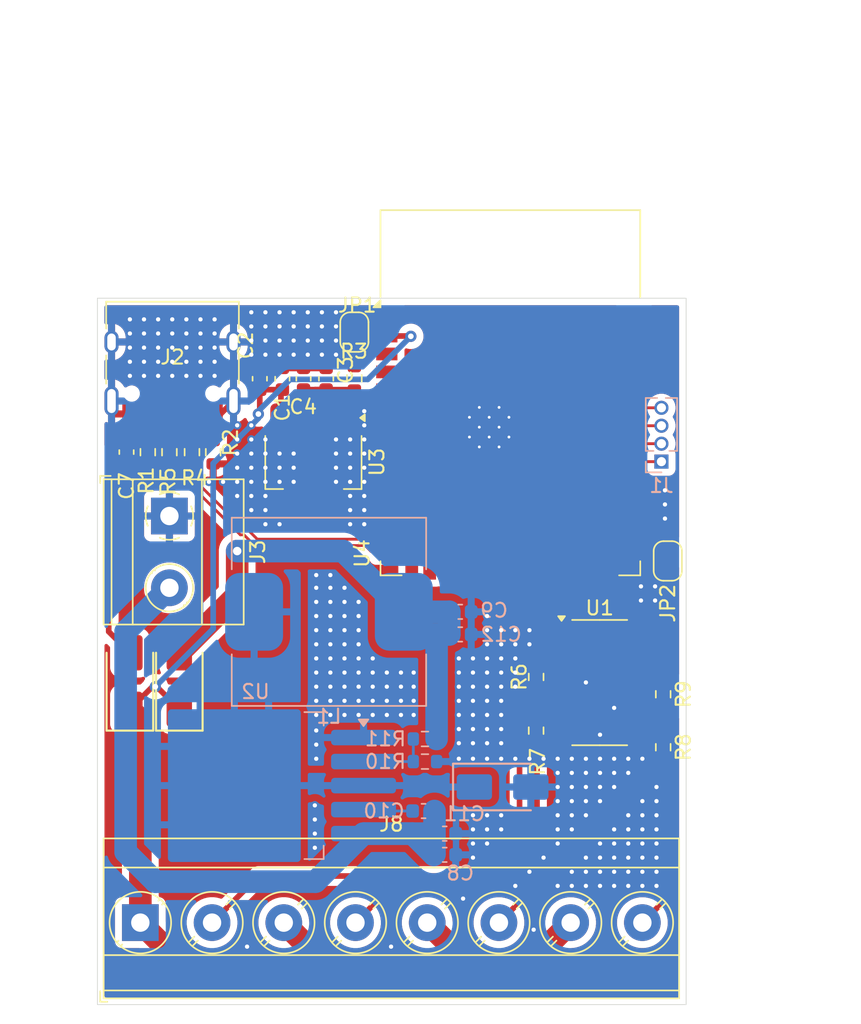
<source format=kicad_pcb>
(kicad_pcb (version 20241129) (generator "pcbnew") (generator_version "8.99")
  (layers (0 "F.Cu" signal) (2 "B.Cu" signal) (13 "F.Paste" user) (15 "B.Paste" user) (5 "F.SilkS" user "F.Silkscreen") (7 "B.SilkS" user "B.Silkscreen") (1 "F.Mask" user) (3 "B.Mask" user) (25 "Edge.Cuts" user))
  (net 0 "")
  (net 1 "GND")
  (net 2 "LED5V")
  (net 3 "VDD")
  (net 4 "Net-(JP1-B)")
  (net 5 "Net-(JP2-B)")
  (net 6 "VBUS")
  (net 7 "+12V")
  (net 8 "c5V")
  (net 9 "Net-(U2-VC)")
  (net 10 "Net-(J1-Pin_4)")
  (net 11 "Net-(J1-Pin_3)")
  (net 12 "Net-(J1-Pin_1)")
  (net 13 "Net-(J1-Pin_2)")
  (net 14 "Net-(J2-CC1)")
  (net 15 "Net-(J2-CC2)")
  (net 16 "D+")
  (net 17 "D-")
  (net 20 "USB_D-")
  (net 21 "USB_D+")
  (net 22 "Net-(U1-1Y)")
  (net 23 "LED1")
  (net 24 "LED2")
  (net 25 "Net-(U1-2Y)")
  (net 26 "Net-(U1-3Y)")
  (net 27 "LED3")
  (net 28 "LED4")
  (net 29 "Net-(U1-4Y)")
  (net 30 "Net-(U2-FB)")
  (net 31 "+5V")
  (net 32 "MCULED1")
  (net 33 "MCULED3")
  (net 34 "MCULED2")
  (net 35 "MCULED4")
  (net 61 "SW")
  (footprint "Resistor_SMD:R_0603_1608Metric" (layer "F.Cu") (at 203.7 101 90)
    (property "Reference" "R5")
    (property "Value" "22")
  )
  (footprint "Capacitor_SMD:C_0603_1608Metric" (layer "F.Cu") (at 200.66 100.995 90)
    (property "Reference" "C7")
    (property "Value" "100nF")
  )
  (footprint "Resistor_SMD:R_0603_1608Metric" (layer "F.Cu") (at 205.3 101 90)
    (property "Reference" "R4")
    (property "Value" "22")
  )
  (footprint "PCM_JLCPCB:D_SMA" (layer "F.Cu") (at 204.4 117.2 90)
    (property "Reference" "D1" (hide yes))
    (property "Value" "SS54")
  )
  (footprint "Resistor_SMD:R_0603_1608Metric" (layer "F.Cu") (at 202.17 101 -90)
    (property "Reference" "R1")
    (property "Value" "5.1k")
  )
  (footprint "Capacitor_SMD:C_0603_1608Metric" (layer "F.Cu") (at 211.7 95.8 90)
    (property "Reference" "C1")
    (property "Value" "100nF")
  )
  (footprint "RF_Module:ESP32-S3-WROOM-1" (layer "F.Cu") (at 227.85 96.77)
    (property "Reference" "U4")
    (property "Value" "ESP32-S3-WROOM-1")
  )
  (footprint "Resistor_SMD:R_0603_1608Metric" (layer "F.Cu") (at 229.675 120.71 90)
    (property "Reference" "R7")
    (property "Value" "62")
  )
  (footprint "Capacitor_SMD:C_0603_1608Metric" (layer "F.Cu") (at 213.2 95.8 90)
    (property "Reference" "C4")
    (property "Value" "100nF")
  )
  (footprint "Connector_USB:USB_C_Receptacle_HRO_TYPE-C-31-M-12" (layer "F.Cu") (at 203.92 94.25 180)
    (property "Reference" "J2")
    (property "Value" "USB_C_Receptacle_USB2.0_16P")
  )
  (footprint "Capacitor_SMD:C_0603_1608Metric" (layer "F.Cu") (at 214.8 95.8 90)
    (property "Reference" "C3")
    (property "Value" "22uF")
  )
  (footprint "TerminalBlock_Phoenix:TerminalBlock_Phoenix_MKDS-3-8-5.08_1x08_P5.08mm_Horizontal" (layer "F.Cu") (at 201.64 134.3)
    (property "Reference" "J8")
    (property "Value" "Screw_Terminal_01x08")
  )
  (footprint "Jumper:SolderJumper-2_P1.3mm_Open_RoundedPad1.0x1.5mm" (layer "F.Cu") (at 216.8 92.5 -90)
    (property "Reference" "JP1")
    (property "Value" "SJ2_OPEN")
  )
  (footprint "Jumper:SolderJumper-2_P1.3mm_Open_RoundedPad1.0x1.5mm" (layer "F.Cu") (at 239 108.7 90)
    (property "Reference" "JP2")
    (property "Value" "SJ2_OPEN")
  )
  (footprint "Resistor_SMD:R_0603_1608Metric" (layer "F.Cu") (at 238.675 121.885 -90)
    (property "Reference" "R8")
    (property "Value" "62")
  )
  (footprint "Package_SO:SOIC-14_3.9x8.7mm_P1.27mm" (layer "F.Cu") (at 234.175 117.31)
    (property "Reference" "U1")
    (property "Value" "SN74AHCT125N")
  )
  (footprint "Capacitor_SMD:C_0603_1608Metric" (layer "F.Cu") (at 210.1 95.8 90)
    (property "Reference" "C2")
    (property "Value" "22uF")
  )
  (footprint "Package_TO_SOT_SMD:SOT-223-3_TabPin2" (layer "F.Cu") (at 213.9 101.7 -90)
    (property "Reference" "U3")
    (property "Value" "AMS1117-3.3")
  )
  (footprint "Resistor_SMD:R_0603_1608Metric" (layer "F.Cu") (at 229.675 116.91 90)
    (property "Reference" "R6")
    (property "Value" "62")
  )
  (footprint "TerminalBlock_Phoenix:TerminalBlock_Phoenix_MKDS-1,5-2-5.08_1x02_P5.08mm_Horizontal" (layer "F.Cu") (at 203.7 105.52 -90)
    (property "Reference" "J3")
    (property "Value" "Screw_Terminal_01x02")
  )
  (footprint "Resistor_SMD:R_0603_1608Metric" (layer "F.Cu") (at 206.8 101.005 -90)
    (property "Reference" "R2")
    (property "Value" "5.1k")
  )
  (footprint "Resistor_SMD:R_0603_1608Metric" (layer "F.Cu") (at 216.8 95.775 90)
    (property "Reference" "R3")
    (property "Value" "10k")
  )
  (footprint "Resistor_SMD:R_0603_1608Metric" (layer "F.Cu") (at 238.675 118.135 -90)
    (property "Reference" "R9")
    (property "Value" "62")
  )
  (footprint "PCM_JLCPCB:D_SMA" (layer "F.Cu") (at 200.9 117.2 90)
    (property "Reference" "D3" (hide yes))
    (property "Value" "SS54")
  )
  (footprint "PCM_JLCPCB:D_SMA" (layer "B.Cu") (at 227.3 124.7)
    (property "Reference" "D2" (hide yes))
    (property "Value" "SS54")
  )
  (footprint "Resistor_SMD:R_0603_1608Metric" (layer "B.Cu") (at 221.8 121.3)
    (property "Reference" "R11")
    (property "Value" "3.3k")
  )
  (footprint "Capacitor_SMD:C_0603_1608Metric" (layer "B.Cu") (at 224.3 113.9 180)
    (property "Reference" "C12")
    (property "Value" "1uF")
  )
  (footprint "Resistor_SMD:R_0603_1608Metric" (layer "B.Cu") (at 221.8 122.9 180)
    (property "Reference" "R10")
    (property "Value" "1k")
  )
  (footprint "Package_TO_SOT_SMD:TO-263-5_TabPin3" (layer "B.Cu") (at 209.8 124.6 180)
    (property "Reference" "U2")
    (property "Value" "XL4015")
  )
  (footprint "Capacitor_SMD:C_0603_1608Metric" (layer "B.Cu") (at 221.7 126.4 180)
    (property "Reference" "C10")
    (property "Value" "1uF")
  )
  (footprint "Connector_PinHeader_1.27mm:PinHeader_1x04_P1.27mm_Vertical" (layer "B.Cu") (at 238.55 101.67)
    (property "Reference" "J1")
    (property "Value" "Conn_01x04")
  )
  (footprint "Inductor_SMD:L_APV_APH1265" (layer "B.Cu") (at 215 112.3)
    (property "Reference" "L1")
    (property "Value" "L")
  )
  (footprint "Capacitor_SMD:C_0603_1608Metric" (layer "B.Cu") (at 223.2 128 180)
    (property "Reference" "C11")
    (property "Value" "1uF")
  )
  (footprint "Capacitor_SMD:C_0603_1608Metric" (layer "B.Cu") (at 223.2 129.5 180)
    (property "Reference" "C8")
    (property "Value" "220uF")
  )
  (footprint "Capacitor_SMD:C_0603_1608Metric" (layer "B.Cu") (at 224.3 112.3 180)
    (property "Reference" "C9")
    (property "Value" "330uF")
  )
  (gr_rect (start 198.6 90.1) (end 240.3 140.1) (stroke (width 0.05)) (fill no) (layer "Edge.Cuts"))
  (segment (start 235.72 118.58) (end 236.65 118.58) (width 0.4) (layer "F.Cu") (net 1))
  (segment (start 235.2 119.1) (end 235.72 118.58) (width 0.4) (layer "F.Cu") (net 1))
  (segment (start 207.17 98.295) (end 207.325 98.295) (width 0.4) (layer "F.Cu") (net 1))
  (segment (start 231.71 117.3) (end 231.7 117.31) (width 0.4) (layer "F.Cu") (net 1))
  (segment (start 207.325 98.295) (end 208.24 97.38) (width 0.4) (layer "F.Cu") (net 1))
  (segment (start 233.2 117.3) (end 231.71 117.3) (width 0.4) (layer "F.Cu") (net 1))
  (via (at 218.1 117.6) (size 0.6) (drill 0.3) (layers "F.Cu" "B.Cu") (net 1))
  (via (at 209.5 91.1) (size 0.6) (drill 0.3) (layers "F.Cu" "B.Cu") (net 1))
  (via (at 208.5 100.1) (size 0.6) (drill 0.3) (layers "F.Cu" "B.Cu") (net 1))
  (via (at 217.5 103.1) (size 0.6) (drill 0.3) (layers "F.Cu" "B.Cu") (net 1))
  (via (at 213.5 93.1) (size 0.6) (drill 0.3) (layers "F.Cu" "B.Cu") (net 1))
  (via (at 237.2 129.7) (size 0.6) (drill 0.3) (layers "F.Cu" "B.Cu") (net 1))
  (via (at 203.9 92.6) (size 0.6) (drill 0.3) (layers "F.Cu" "B.Cu") (net 1))
  (via (at 236.2 127.7) (size 0.6) (drill 0.3) (layers "F.Cu" "B.Cu") (net 1))
  (via (at 230.2 122.7) (size 0.6) (drill 0.3) (layers "F.Cu" "B.Cu") (net 1))
  (via (at 211.5 93.1) (size 0.6) (drill 0.3) (layers "F.Cu" "B.Cu") (net 1))
  (via (at 205.9 91.6) (size 0.6) (drill 0.3) (layers "F.Cu" "B.Cu") (net 1))
  (via (at 214.1 119.6) (size 0.6) (drill 0.3) (layers "F.Cu" "B.Cu") (net 1))
  (via (at 232.2 125.7) (size 0.6) (drill 0.3) (layers "F.Cu" "B.Cu") (net 1))
  (via (at 225.2 126.7) (size 0.6) (drill 0.3) (layers "F.Cu" "B.Cu") (net 1))
  (via (at 214.1 112.6) (size 0.6) (drill 0.3) (layers "F.Cu" "B.Cu") (net 1))
  (via (at 232.2 122.7) (size 0.6) (drill 0.3) (layers "F.Cu" "B.Cu") (net 1))
  (via (at 203.9 91.6) (size 0.6) (drill 0.3) (layers "F.Cu" "B.Cu") (net 1))
  (via (at 216.1 113.6) (size 0.6) (drill 0.3) (layers "F.Cu" "B.Cu") (net 1))
  (via (at 218.1 115.6) (size 0.6) (drill 0.3) (layers "F.Cu" "B.Cu") (net 1))
  (via (at 218.1 119.6) (size 0.6) (drill 0.3) (layers "F.Cu" "B.Cu") (net 1))
  (via (at 215.1 110.6) (size 0.6) (drill 0.3) (layers "F.Cu" "B.Cu") (net 1))
  (via (at 227.2 120.6) (size 0.6) (drill 0.3) (layers "F.Cu" "B.Cu") (net 1))
  (via (at 215.5 93.1) (size 0.6) (drill 0.3) (layers "F.Cu" "B.Cu") (net 1))
  (via (at 226.2 128.7) (size 0.6) (drill 0.3) (layers "F.Cu" "B.Cu") (net 1))
  (via (at 238.2 131.7) (size 0.6) (drill 0.3) (layers "F.Cu" "B.Cu") (net 1))
  (via (at 214.1 115.6) (size 0.6) (drill 0.3) (layers "F.Cu" "B.Cu") (net 1))
  (via (at 218.1 116.6) (size 0.6) (drill 0.3) (layers "F.Cu" "B.Cu") (net 1))
  (via (at 231.2 127.7) (size 0.6) (drill 0.3) (layers "F.Cu" "B.Cu") (net 1))
  (via (at 220.1 116.6) (size 0.6) (drill 0.3) (layers "F.Cu" "B.Cu") (net 1))
  (via (at 225.2 116.6) (size 0.6) (drill 0.3) (layers "F.Cu" "B.Cu") (net 1))
  (via (at 217.5 102.1) (size 0.6) (drill 0.3) (layers "F.Cu" "B.Cu") (net 1))
  (via (at 220.1 119.6) (size 0.6) (drill 0.3) (layers "F.Cu" "B.Cu") (net 1))
  (via (at 231.2 131.7) (size 0.6) (drill 0.3) (layers "F.Cu" "B.Cu") (net 1))
  (via (at 227.2 122.7) (size 0.6) (drill 0.3) (layers "F.Cu" "B.Cu") (net 1))
  (via (at 203.9 95.6) (size 0.6) (drill 0.3) (layers "F.Cu" "B.Cu") (net 1))
  (via (at 226.2 120.6) (size 0.6) (drill 0.3) (layers "F.Cu" "B.Cu") (net 1))
  (via (at 232.2 131.7) (size 0.6) (drill 0.3) (layers "F.Cu" "B.Cu") (net 1))
  (via (at 217.1 115.6) (size 0.6) (drill 0.3) (layers "F.Cu" "B.Cu") (net 1))
  (via (at 238.8 104.7) (size 0.6) (drill 0.3) (layers "F.Cu" "B.Cu") (net 1))
  (via (at 220.1 117.6) (size 0.6) (drill 0.3) (layers "F.Cu" "B.Cu") (net 1))
  (via (at 216.5 105.1) (size 0.6) (drill 0.3) (layers "F.Cu" "B.Cu") (net 1))
  (via (at 224.2 119.6) (size 0.6) (drill 0.3) (layers "F.Cu" "B.Cu") (net 1))
  (via (at 231.2 124.7) (size 0.6) (drill 0.3) (layers "F.Cu" "B.Cu") (net 1))
  (via (at 209.5 92.1) (size 0.6) (drill 0.3) (layers "F.Cu" "B.Cu") (net 1))
  (via (at 225.2 121.6) (size 0.6) (drill 0.3) (layers "F.Cu" "B.Cu") (net 1))
  (via (at 211.5 91.1) (size 0.6) (drill 0.3) (layers "F.Cu" "B.Cu") (net 1))
  (via (at 209.5 105.1) (size 0.6) (drill 0.3) (layers "F.Cu" "B.Cu") (net 1))
  (via (at 231.2 125.7) (size 0.6) (drill 0.3) (layers "F.Cu" "B.Cu") (net 1))
  (via (at 214.1 113.6) (size 0.6) (drill 0.3) (layers "F.Cu" "B.Cu") (net 1))
  (via (at 214.1 118.6) (size 0.6) (drill 0.3) (layers "F.Cu" "B.Cu") (net 1))
  (via (at 215.1 113.6) (size 0.6) (drill 0.3) (layers "F.Cu" "B.Cu") (net 1))
  (via (at 238.2 124.7) (size 0.6) (drill 0.3) (layers "F.Cu" "B.Cu") (net 1))
  (via (at 235.2 123.7) (size 0.6) (drill 0.3) (layers "F.Cu" "B.Cu") (net 1))
  (via (at 217.1 119.6) (size 0.6) (drill 0.3) (layers "F.Cu" "B.Cu") (net 1))
  (via (at 214.1 117.6) (size 0.6) (drill 0.3) (layers "F.Cu" "B.Cu") (net 1))
  (via (at 231.2 123.7) (size 0.6) (drill 0.3) (layers "F.Cu" "B.Cu") (net 1))
  (via (at 210.5 105.1) (size 0.6) (drill 0.3) (layers "F.Cu" "B.Cu") (net 1))
  (via (at 216.5 102.1) (size 0.6) (drill 0.3) (layers "F.Cu" "B.Cu") (net 1))
  (via (at 215.1 119.6) (size 0.6) (drill 0.3) (layers "F.Cu" "B.Cu") (net 1))
  (via (at 224.2 115.6) (size 0.6) (drill 0.3) (layers "F.Cu" "B.Cu") (net 1))
  (via (at 216.5 103.1) (size 0.6) (drill 0.3) (layers "F.Cu" "B.Cu") (net 1))
  (via (at 202.9 94.6) (size 0.6) (drill 0.3) (layers "F.Cu" "B.Cu") (net 1))
  (via (at 236.2 128.7) (size 0.6) (drill 0.3) (layers "F.Cu" "B.Cu") (net 1))
  (via (at 216.1 114.6) (size 0.6) (drill 0.3) (layers "F.Cu" "B.Cu") (net 1))
  (via (at 201.9 94.6) (size 0.6) (drill 0.3) (layers "F.Cu" "B.Cu") (net 1))
  (via (at 224.2 121.6) (size 0.6) (drill 0.3) (layers "F.Cu" "B.Cu") (net 1))
  (via (at 225.2 118.6) (size 0.6) (drill 0.3) (layers "F.Cu" "B.Cu") (net 1))
  (via (at 220.1 118.6) (size 0.6) (drill 0.3) (layers "F.Cu" "B.Cu") (net 1))
  (via (at 212.5 92.1) (size 0.6) (drill 0.3) (layers "F.Cu" "B.Cu") (net 1))
  (via (at 232.2 127.7) (size 0.6) (drill 0.3) (layers "F.Cu" "B.Cu") (net 1))
  (via (at 227.2 116.6) (size 0.6) (drill 0.3) (layers "F.Cu" "B.Cu") (net 1))
  (via (at 227.2 117.6) (size 0.6) (drill 0.3) (layers "F.Cu" "B.Cu") (net 1))
  (via (at 208.5 104.1) (size 0.6) (drill 0.3) (layers "F.Cu" "B.Cu") (net 1))
  (via (at 224.2 120.6) (size 0.6) (drill 0.3) (layers "F.Cu" "B.Cu") (net 1))
  (via (at 224.2 122.7) (size 0.6) (drill 0.3) (layers "F.Cu" "B.Cu") (net 1))
  (via (at 237.2 126.7) (size 0.6) (drill 0.3) (layers "F.Cu" "B.Cu") (net 1))
  (via (at 209.5 104.1) (size 0.6) (drill 0.3) (layers "F.Cu" "B.Cu") (net 1))
  (via (at 210.5 91.1) (size 0.6) (drill 0.3) (layers "F.Cu" "B.Cu") (net 1))
  (via (at 214 126) (size 0.6) (drill 0.3) (layers "F.Cu" "B.Cu") (net 1))
  (via (at 215.5 94.1) (size 0.6) (drill 0.3) (layers "F.Cu" "B.Cu") (net 1))
  (via (at 228.2 122.7) (size 0.6) (drill 0.3) (layers "F.Cu" "B.Cu") (net 1))
  (via (at 210.5 103.1) (size 0.6) (drill 0.3) (layers "F.Cu" "B.Cu") (net 1))
  (via (at 213.5 91.1) (size 0.6) (drill 0.3) (layers "F.Cu" "B.Cu") (net 1))
  (via (at 209.5 103.1) (size 0.6) (drill 0.3) (layers "F.Cu" "B.Cu") (net 1))
  (via (at 235.2 129.7) (size 0.6) (drill 0.3) (layers "F.Cu" "B.Cu") (net 1))
  (via (at 210.5 106.1) (size 0.6) (drill 0.3) (layers "F.Cu" "B.Cu") (net 1))
  (via (at 236.2 130.7) (size 0.6) (drill 0.3) (layers "F.Cu" "B.Cu") (net 1))
  (via (at 221 118.6) (size 0.6) (drill 0.3) (layers "F.Cu" "B.Cu") (net 1))
  (via (at 210.5 100.1) (size 0.6) (drill 0.3) (layers "F.Cu" "B.Cu") (net 1))
  (via (at 226.2 126.7) (size 0.6) (drill 0.3) (layers "F.Cu" "B.Cu") (net 1))
  (via (at 217.1 117.6) (size 0.6) (drill 0.3) (layers "F.Cu" "B.Cu") (net 1))
  (via (at 209.5 93.1) (size 0.6) (drill 0.3) (layers "F.Cu" "B.Cu") (net 1))
  (via (at 236.2 122.7) (size 0.6) (drill 0.3) (layers "F.Cu" "B.Cu") (net 1))
  (via (at 238.2 126.7) (size 0.6) (drill 0.3) (layers "F.Cu" "B.Cu") (net 1))
  (via (at 233.2 129.7) (size 0.6) (drill 0.3) (layers "F.Cu" "B.Cu") (net 1))
  (via (at 234.2 125.7) (size 0.6) (drill 0.3) (layers "F.Cu" "B.Cu") (net 1))
  (via (at 210.5 102.1) (size 0.6) (drill 0.3) (layers "F.Cu" "B.Cu") (net 1))
  (via (at 215.1 112.6) (size 0.6) (drill 0.3) (layers "F.Cu" "B.Cu") (net 1))
  (via (at 232.2 124.7) (size 0.6) (drill 0.3) (layers "F.Cu" "B.Cu") (net 1))
  (via (at 236.2 129.7) (size 0.6) (drill 0.3) (layers "F.Cu" "B.Cu") (net 1))
  (via (at 215.1 116.6) (size 0.6) (drill 0.3) (layers "F.Cu" "B.Cu") (net 1))
  (via (at 214 129) (size 0.6) (drill 0.3) (layers "F.Cu" "B.Cu") (net 1))
  (via (at 238.1 110.5) (size 0.6) (drill 0.3) (layers "F.Cu" "B.Cu") (net 1))
  (via (at 205.9 94.6) (size 0.6) (drill 0.3) (layers "F.Cu" "B.Cu") (net 1))
  (via (at 206.9 93.6) (size 0.6) (drill 0.3) (layers "F.Cu" "B.Cu") (net 1))
  (via (at 202.9 92.6) (size 0.6) (drill 0.3) (layers "F.Cu" "B.Cu") (net 1))
  (via (at 237.1 111.5) (size 0.6) (drill 0.3) (layers "F.Cu" "B.Cu") (net 1))
  (via (at 214.1 121.7) (size 0.6) (drill 0.3) (layers "F.Cu" "B.Cu") (net 1))
  (via (at 238.2 128.7) (size 0.6) (drill 0.3) (layers "F.Cu" "B.Cu") (net 1))
  (via (at 206.9 92.6) (size 0.6) (drill 0.3) (layers "F.Cu" "B.Cu") (net 1))
  (via (at 217.1 112.6) (size 0.6) (drill 0.3) (layers "F.Cu" "B.Cu") (net 1))
  (via (at 228.2 114.6) (size 0.6) (drill 0.3) (layers "F.Cu" "B.Cu") (net 1))
  (via (at 227.2 126.7) (size 0.6) (drill 0.3) (layers "F.Cu" "B.Cu") (net 1))
  (via (at 229.2 122.7) (size 0.6) (drill 0.3) (layers "F.Cu" "B.Cu") (net 1))
  (via (at 202.9 95.6) (size 0.6) (drill 0.3) (layers "F.Cu" "B.Cu") (net 1))
  (via (at 227.2 115.6) (size 0.6) (drill 0.3) (layers "F.Cu" "B.Cu") (net 1))
  (via (at 225.2 115.6) (size 0.6) (drill 0.3) (layers "F.Cu" "B.Cu") (net 1))
  (via (at 225.2 119.6) (size 0.6) (drill 0.3) (layers "F.Cu" "B.Cu") (net 1))
  (via (at 227.2 114.6) (size 0.6) (drill 0.3) (layers "F.Cu" "B.Cu") (net 1))
  (via (at 206.9 95.6) (size 0.6) (drill 0.3) (layers "F.Cu" "B.Cu") (net 1))
  (via (at 204.9 94.6) (size 0.6) (drill 0.3) (layers "F.Cu" "B.Cu") (net 1))
  (via (at 219.4 136) (size 0.6) (drill 0.3) (layers "F.Cu" "B.Cu") (net 1))
  (via (at 234.2 129.7) (size 0.6) (drill 0.3) (layers "F.Cu" "B.Cu") (net 1))
  (via (at 205.9 93.6) (size 0.6) (drill 0.3) (layers "F.Cu" "B.Cu") (net 1))
  (via (at 215.1 117.6) (size 0.6) (drill 0.3) (layers "F.Cu" "B.Cu") (net 1))
  (via (at 215.1 111.6) (size 0.6) (drill 0.3) (layers "F.Cu" "B.Cu") (net 1))
  (via (at 210.5 104.1) (size 0.6) (drill 0.3) (layers "F.Cu" "B.Cu") (net 1))
  (via (at 218.1 118.6) (size 0.6) (drill 0.3) (layers "F.Cu" "B.Cu") (net 1))
  (via (at 215.1 114.6) (size 0.6) (drill 0.3) (layers "F.Cu" "B.Cu") (net 1))
  (via (at 206.5 103.1) (size 0.6) (drill 0.3) (layers "F.Cu" "B.Cu") (net 1))
  (via (at 212.5 94.1) (size 0.6) (drill 0.3) (layers "F.Cu" "B.Cu") (net 1))
  (via (at 210.5 101.1) (size 0.6) (drill 0.3) (layers "F.Cu" "B.Cu") (net 1))
  (via (at 235.2 131.7) (size 0.6) (drill 0.3) (layers "F.Cu" "B.Cu") (net 1))
  (via (at 200.9 93.6) (size 0.6) (drill 0.3) (layers "F.Cu" "B.Cu") (net 1))
  (via (at 211.5 102.1) (size 0.6) (drill 0.3) (layers "F.Cu" "B.Cu") (net 1))
  (via (at 214.5 93.1) (size 0.6) (drill 0.3) (layers "F.Cu" "B.Cu") (net 1))
  (via (at 231.2 126.7) (size 0.6) (drill 0.3) (layers "F.Cu" "B.Cu") (net 1))
  (via (at 204.9 95.6) (size 0.6) (drill 0.3) (layers "F.Cu" "B.Cu") (net 1))
  (via (at 214.1 120.7) (size 0.6) (drill 0.3) (layers "F.Cu" "B.Cu") (net 1))
  (via (at 217.5 98.1) (size 0.6) (drill 0.3) (layers "F.Cu" "B.Cu") (net 1))
  (via (at 200.9 94.6) (size 0.6) (drill 0.3) (layers "F.Cu" "B.Cu") (net 1))
  (via (at 215.5 100.1) (size 0.6) (drill 0.3) (layers "F.Cu" "B.Cu") (net 1))
  (via (at 224.5 132.6) (size 0.6) (drill 0.3) (layers "F.Cu" "B.Cu") (net 1))
  (via (at 216.1 119.6) (size 0.6) (drill 0.3) (layers "F.Cu" "B.Cu") (net 1))
  (via (at 226.2 117.6) (size 0.6) (drill 0.3) (layers "F.Cu" "B.Cu") (net 1))
  (via (at 202.9 93.6) (size 0.6) (drill 0.3) (layers "F.Cu" "B.Cu") (net 1))
  (via (at 214.5 91.1) (size 0.6) (drill 0.3) (layers "F.Cu" "B.Cu") (net 1))
  (via (at 233.2 125.7) (size 0.6) (drill 0.3) (layers "F.Cu" "B.Cu") (net 1))
  (via (at 225.2 127.7) (size 0.6) (drill 0.3) (layers "F.Cu" "B.Cu") (net 1))
  (via (at 211.5 92.1) (size 0.6) (drill 0.3) (layers "F.Cu" "B.Cu") (net 1))
  (via (at 225.2 128.7) (size 0.6) (drill 0.3) (layers "F.Cu" "B.Cu") (net 1))
  (via (at 228.2 116.6) (size 0.6) (drill 0.3) (layers "F.Cu" "B.Cu") (net 1))
  (via (at 214 127) (size 0.6) (drill 0.3) (layers "F.Cu" "B.Cu") (net 1))
  (via (at 212.5 91.1) (size 0.6) (drill 0.3) (layers "F.Cu" "B.Cu") (net 1))
  (via (at 238.2 125.7) (size 0.6) (drill 0.3) (layers "F.Cu" "B.Cu") (net 1))
  (via (at 215.5 91.1) (size 0.6) (drill 0.3) (layers "F.Cu" "B.Cu") (net 1))
  (via (at 206.9 94.6) (size 0.6) (drill 0.3) (layers "F.Cu" "B.Cu") (net 1))
  (via (at 216.1 116.6) (size 0.6) (drill 0.3) (layers "F.Cu" "B.Cu") (net 1))
  (via (at 200.9 92.6) (size 0.6) (drill 0.3) (layers "F.Cu" "B.Cu") (net 1))
  (via (at 237.2 128.7) (size 0.6) (drill 0.3) (layers "F.Cu" "B.Cu") (net 1))
  (via (at 237.2 131.7) (size 0.6) (drill 0.3) (layers "F.Cu" "B.Cu") (net 1))
  (via (at 216.1 115.6) (size 0.6) (drill 0.3) (layers "F.Cu" "B.Cu") (net 1))
  (via (at 228.2 115.6) (size 0.6) (drill 0.3) (layers "F.Cu" "B.Cu") (net 1))
  (via (at 238.2 130.7) (size 0.6) (drill 0.3) (layers "F.Cu" "B.Cu") (net 1))
  (via (at 207.5 103.1) (size 0.6) (drill 0.3) (layers "F.Cu" "B.Cu") (net 1))
  (via (at 235.2 130.7) (size 0.6) (drill 0.3) (layers "F.Cu" "B.Cu") (net 1))
  (via (at 215.5 101.1) (size 0.6) (drill 0.3) (layers "F.Cu" "B.Cu") (net 1))
  (via (at 212.5 103.1) (size 0.6) (drill 0.3) (layers "F.Cu" "B.Cu") (net 1))
  (via (at 217.1 113.6) (size 0.6) (drill 0.3) (layers "F.Cu" "B.Cu") (net 1))
  (via (at 235.2 124.7) (size 0.6) (drill 0.3) (layers "F.Cu" "B.Cu") (net 1))
  (via (at 227.2 119.6) (size 0.6) (drill 0.3) (layers "F.Cu" "B.Cu") (net 1))
  (via (at 225.2 120.6) (size 0.6) (drill 0.3) (layers "F.Cu" "B.Cu") (net 1))
  (via (at 210.5 93.1) (size 0.6) (drill 0.3) (layers "F.Cu" "B.Cu") (net 1))
  (via (at 238.1 111.5) (size 0.6) (drill 0.3) (layers "F.Cu" "B.Cu") (net 1))
  (via (at 208.5 99.1) (size 0.6) (drill 0.3) (layers "F.Cu" "B.Cu") (net 1))
  (via (at 208.5 102.1) (size 0.6) (drill 0.3) (layers "F.Cu" "B.Cu") (net 1))
  (via (at 221 119.6) (size 0.6) (drill 0.3) (layers "F.Cu" "B.Cu") (net 1))
  (via (at 209.5 100.1) (size 0.6) (drill 0.3) (layers "F.Cu" "B.Cu") (net 1))
  (via (at 229.2 113.6) (size 0.6) (drill 0.3) (layers "F.Cu" "B.Cu") (net 1))
  (via (at 211.5 101.1) (size 0.6) (drill 0.3) (layers "F.Cu" "B.Cu") (net 1))
  (via (at 213.5 94.1) (size 0.6) (drill 0.3) (layers "F.Cu" "B.Cu") (net 1))
  (via (at 214.1 116.6) (size 0.6) (drill 0.3) (layers "F.Cu" "B.Cu") (net 1))
  (via (at 233.2 122.7) (size 0.6) (drill 0.3) (layers "F.Cu" "B.Cu") (net 1))
  (via (at 228.2 117.6) (size 0.6) (drill 0.3) (layers "F.Cu" "B.Cu") (net 1))
  (via (at 226.2 118.6) (size 0.6) (drill 0.3) (layers "F.Cu" "B.Cu") (net 1))
  (via (at 215.1 115.6) (size 0.6) (drill 0.3) (layers "F.Cu" "B.Cu") (net 1))
  (via (at 226.2 116.6) (size 0.6) (drill 0.3) (layers "F.Cu" "B.Cu") (net 1))
  (via (at 234.2 122.7) (size 0.6) (drill 0.3) (layers "F.Cu" "B.Cu") (net 1))
  (via (at 215.1 109.7) (size 0.6) (drill 0.3) (layers "F.Cu" "B.Cu") (net 1))
  (via (at 238.8 105.7) (size 0.6) (drill 0.3) (layers "F.Cu" "B.Cu") (net 1))
  (via (at 214.1 111.6) (size 0.6) (drill 0.3) (layers "F.Cu" "B.Cu") (net 1))
  (via (at 238.8 103.7) (size 0.6) (drill 0.3) (layers "F.Cu" "B.Cu") (net 1))
  (via (at 200.9 91.6) (size 0.6) (drill 0.3) (layers "F.Cu" "B.Cu") (net 1))
  (via (at 231.2 122.7) (size 0.6) (drill 0.3) (layers "F.Cu" "B.Cu") (net 1))
  (via (at 227.2 121.6) (size 0.6) (drill 0.3) (layers "F.Cu" "B.Cu") (net 1))
  (via (at 211.5 94.1) (size 0.6) (drill 0.3) (layers "F.Cu" "B.Cu") (net 1))
  (via (at 215.5 103.1) (size 0.6) (drill 0.3) (layers "F.Cu" "B.Cu") (net 1))
  (via (at 225.2 129.7) (size 0.6) (drill 0.3) (layers "F.Cu" "B.Cu") (net 1))
  (via (at 234.2 121) (size 0.6) (drill 0.3) (layers "F.Cu" "B.Cu") (net 1))
  (via (at 200.9 95.6) (size 0.6) (drill 0.3) (layers "F.Cu" "B.Cu") (net 1))
  (via (at 215.5 102.1) (size 0.6) (drill 0.3) (layers "F.Cu" "B.Cu") (net 1))
  (via (at 214 128) (size 0.6) (drill 0.3) (layers "F.Cu" "B.Cu") (net 1))
  (via (at 233.2 117.3) (size 0.6) (drill 0.3) (layers "F.Cu" "B.Cu") (net 1))
  (via (at 201.9 93.6) (size 0.6) (drill 0.3) (layers "F.Cu" "B.Cu") (net 1))
  (via (at 233.2 130.7) (size 0.6) (drill 0.3) (layers "F.Cu" "B.Cu") (net 1))
  (via (at 216.5 106.1) (size 0.6) (drill 0.3) (layers "F.Cu" "B.Cu") (net 1))
  (via (at 235.2 127.7) (size 0.6) (drill 0.3) (layers "F.Cu" "B.Cu") (net 1))
  (via (at 219.1 119.6) (size 0.6) (drill 0.3) (layers "F.Cu" "B.Cu") (net 1))
  (via (at 214.1 110.6) (size 0.6) (drill 0.3) (layers "F.Cu" "B.Cu") (net 1))
  (via (at 234.2 123.7) (size 0.6) (drill 0.3) (layers "F.Cu" "B.Cu") (net 1))
  (via (at 237.2 122.7) (size 0.6) (drill 0.3) (layers "F.Cu" "B.Cu") (net 1))
  (via (at 213.5 92.1) (size 0.6) (drill 0.3) (layers "F.Cu" "B.Cu") (net 1))
  (via (at 212.5 102.1) (size 0.6) (drill 0.3) (layers "F.Cu" "B.Cu") (net 1))
  (via (at 234.2 130.7) (size 0.6) (drill 0.3) (layers "F.Cu" "B.Cu") (net 1))
  (via (at 208.5 103.1) (size 0.6) (drill 0.3) (layers "F.Cu" "B.Cu") (net 1))
  (via (at 231.2 128.7) (size 0.6) (drill 0.3) (layers "F.Cu" "B.Cu") (net 1))
  (via (at 235.2 119.1) (size 0.6) (drill 0.3) (layers "F.Cu" "B.Cu") (net 1))
  (via (at 201.9 92.6) (size 0.6) (drill 0.3) (layers "F.Cu" "B.Cu") (net 1))
  (via (at 217.5 100.1) (size 0.6) (drill 0.3) (layers "F.Cu" "B.Cu") (net 1))
  (via (at 216.5 104.1) (size 0.6) (drill 0.3) (layers "F.Cu" "B.Cu") (net 1))
  (via (at 236.2 123.7) (size 0.6) (drill 0.3) (layers "F.Cu" "B.Cu") (net 1))
  (via (at 232.2 130.7) (size 0.6) (drill 0.3) (layers "F.Cu" "B.Cu") (net 1))
  (via (at 235.2 122.7) (size 0.6) (drill 0.3) (layers "F.Cu" "B.Cu") (net 1))
  (via (at 205.9 95.6) (size 0.6) (drill 0.3) (layers "F.Cu" "B.Cu") (net 1))
  (via (at 234.2 128.7) (size 0.6) (drill 0.3) (layers "F.Cu" "B.Cu") (net 1))
  (via (at 226.2 127.7) (size 0.6) (drill 0.3) (layers "F.Cu" "B.Cu") (net 1))
  (via (at 216.1 110.6) (size 0.6) (drill 0.3) (layers "F.Cu" "B.Cu") (net 1))
  (via (at 209.2 136) (size 0.6) (drill 0.3) (layers "F.Cu" "B.Cu") (net 1))
  (via (at 216.1 117.6) (size 0.6) (drill 0.3) (layers "F.Cu" "B.Cu") (net 1))
  (via (at 224.2 117.6) (size 0.6) (drill 0.3) (layers "F.Cu" "B.Cu") (net 1))
  (via (at 229.2 130.7) (size 0.6) (drill 0.3) (layers "F.Cu" "B.Cu") (net 1))
  (via (at 212.5 93.1) (size 0.6) (drill 0.3) (layers "F.Cu" "B.Cu") (net 1))
  (via (at 225.2 117.6) (size 0.6) (drill 0.3) (layers "F.Cu" "B.Cu") (net 1))
  (via (at 226.2 121.6) (size 0.6) (drill 0.3) (layers "F.Cu" "B.Cu") (net 1))
  (via (at 210.5 94.1) (size 0.6) (drill 0.3) (layers "F.Cu" "B.Cu") (net 1))
  (via (at 216.5 100.1) (size 0.6) (drill 0.3) (layers "F.Cu" "B.Cu") (net 1))
  (via (at 230.2 129.7) (size 0.6) (drill 0.3) (layers "F.Cu" "B.Cu") (net 1))
  (via (at 228.2 131.7) (size 0.6) (drill 0.3) (layers "F.Cu" "B.Cu") (net 1))
  (via (at 232.2 123.7) (size 0.6) (drill 0.3) (layers "F.Cu" "B.Cu") (net 1))
  (via (at 237.2 125.7) (size 0.6) (drill 0.3) (layers "F.Cu" "B.Cu") (net 1))
  (via (at 217.5 101.1) (size 0.6) (drill 0.3) (layers "F.Cu" "B.Cu") (net 1))
  (via (at 216.1 112.6) (size 0.6) (drill 0.3) (layers "F.Cu" "B.Cu") (net 1))
  (via (at 226.2 115.6) (size 0.6) (drill 0.3) (layers "F.Cu" "B.Cu") (net 1))
  (via (at 224.2 116.6) (size 0.6) (drill 0.3) (layers "F.Cu" "B.Cu") (net 1))
  (via (at 233.2 126.7) (size 0.6) (drill 0.3) (layers "F.Cu" "B.Cu") (net 1))
  (via (at 212.5 101.1) (size 0.6) (drill 0.3) (layers "F.Cu" "B.Cu") (net 1))
  (via (at 209.5 102.1) (size 0.6) (drill 0.3) (layers "F.Cu" "B.Cu") (net 1))
  (via (at 227.2 118.6) (size 0.6) (drill 0.3) (layers "F.Cu" "B.Cu") (net 1))
  (via (at 233.2 123.7) (size 0.6) (drill 0.3) (layers "F.Cu" "B.Cu") (net 1))
  (via (at 203.9 93.6) (size 0.6) (drill 0.3) (layers "F.Cu" "B.Cu") (net 1))
  (via (at 219.1 118.6) (size 0.6) (drill 0.3) (layers "F.Cu" "B.Cu") (net 1))
  (via (at 226.2 122.7) (size 0.6) (drill 0.3) (layers "F.Cu" "B.Cu") (net 1))
  (via (at 238.2 129.7) (size 0.6) (drill 0.3) (layers "F.Cu" "B.Cu") (net 1))
  (via (at 233.2 131.7) (size 0.6) (drill 0.3) (layers "F.Cu" "B.Cu") (net 1))
  (via (at 206.9 91.6) (size 0.6) (drill 0.3) (layers "F.Cu" "B.Cu") (net 1))
  (via (at 216.5 101.1) (size 0.6) (drill 0.3) (layers "F.Cu" "B.Cu") (net 1))
  (via (at 233.2 124.7) (size 0.6) (drill 0.3) (layers "F.Cu" "B.Cu") (net 1))
  (via (at 217.1 114.6) (size 0.6) (drill 0.3) (layers "F.Cu" "B.Cu") (net 1))
  (via (at 226.2 114.6) (size 0.6) (drill 0.3) (layers "F.Cu" "B.Cu") (net 1))
  (via (at 201.9 95.6) (size 0.6) (drill 0.3) (layers "F.Cu" "B.Cu") (net 1))
  (via (at 214.1 114.6) (size 0.6) (drill 0.3) (layers "F.Cu" "B.Cu") (net 1))
  (via (at 232.2 126.7) (size 0.6) (drill 0.3) (layers "F.Cu" "B.Cu") (net 1))
  (via (at 214.5 94.1) (size 0.6) (drill 0.3) (layers "F.Cu" "B.Cu") (net 1))
  (via (at 227.2 127.7) (size 0.6) (drill 0.3) (layers "F.Cu" "B.Cu") (net 1))
  (via (at 219.1 117.6) (size 0.6) (drill 0.3) (layers "F.Cu" "B.Cu") (net 1))
  (via (at 201.9 91.6) (size 0.6) (drill 0.3) (layers "F.Cu" "B.Cu") (net 1))
  (via (at 225.2 122.7) (size 0.6) (drill 0.3) (layers "F.Cu" "B.Cu") (net 1))
  (via (at 214.1 122.7) (size 0.6) (drill 0.3) (layers "F.Cu" "B.Cu") (net 1))
  (via (at 208.5 101.1) (size 0.6) (drill 0.3) (layers "F.Cu" "B.Cu") (net 1))
  (via (at 221 116.6) (size 0.6) (drill 0.3) (layers "F.Cu" "B.Cu") (net 1))
  (via (at 227.2 113.6) (size 0.6) (drill 0.3) (layers "F.Cu" "B.Cu") (net 1))
  (via (at 217.1 116.6) (size 0.6) (drill 0.3) (layers "F.Cu" "B.Cu") (net 1))
  (via (at 237.2 130.7) (size 0.6) (drill 0.3) (layers "F.Cu" "B.Cu") (net 1))
  (via (at 202.9 91.6) (size 0.6) (drill 0.3) (layers "F.Cu" "B.Cu") (net 1))
  (via (at 216.1 118.6) (size 0.6) (drill 0.3) (layers "F.Cu" "B.Cu") (net 1))
  (via (at 209.5 99.1) (size 0.6) (drill 0.3) (layers "F.Cu" "B.Cu") (net 1))
  (via (at 219.1 116.6) (size 0.6) (drill 0.3) (layers "F.Cu" "B.Cu") (net 1))
  (via (at 217.1 118.6) (size 0.6) (drill 0.3) (layers "F.Cu" "B.Cu") (net 1))
  (via (at 204.9 93.6) (size 0.6) (drill 0.3) (layers "F.Cu" "B.Cu") (net 1))
  (via (at 209.5 101.1) (size 0.6) (drill 0.3) (layers "F.Cu" "B.Cu") (net 1))
  (via (at 217.5 104.1) (size 0.6) (drill 0.3) (layers "F.Cu" "B.Cu") (net 1))
  (via (at 237.1 110.5) (size 0.6) (drill 0.3) (layers "F.Cu" "B.Cu") (net 1))
  (via (at 211.5 106.1) (size 0.6) (drill 0.3) (layers "F.Cu" "B.Cu") (net 1))
  (via (at 226.2 113.6) (size 0.6) (drill 0.3) (layers "F.Cu" "B.Cu") (net 1))
  (via (at 217.5 99.1) (size 0.6) (drill 0.3) (layers "F.Cu" "B.Cu") (net 1))
  (via (at 215.5 92.1) (size 0.6) (drill 0.3) (layers "F.Cu" "B.Cu") (net 1))
  (via (at 204.9 92.6) (size 0.6) (drill 0.3) (layers "F.Cu" "B.Cu") (net 1))
  (via (at 214.1 109.7) (size 0.6) (drill 0.3) (layers "F.Cu" "B.Cu") (net 1))
  (via (at 234.2 124.7) (size 0.6) (drill 0.3) (layers "F.Cu" "B.Cu") (net 1))
  (via (at 217.5 105.1) (size 0.6) (drill 0.3) (layers "F.Cu" "B.Cu") (net 1))
  (via (at 205.9 92.6) (size 0.6) (drill 0.3) (layers "F.Cu" "B.Cu") (net 1))
  (via (at 238.2 127.7) (size 0.6) (drill 0.3) (layers "F.Cu" "B.Cu") (net 1))
  (via (at 237.2 127.7) (size 0.6) (drill 0.3) (layers "F.Cu" "B.Cu") (net 1))
  (via (at 211.5 103.1) (size 0.6) (drill 0.3) (layers "F.Cu" "B.Cu") (net 1))
  (via (at 215.1 118.6) (size 0.6) (drill 0.3) (layers "F.Cu" "B.Cu") (net 1))
  (via (at 217.1 111.6) (size 0.6) (drill 0.3) (layers "F.Cu" "B.Cu") (net 1))
  (via (at 210.5 92.1) (size 0.6) (drill 0.3) (layers "F.Cu" "B.Cu") (net 1))
  (via (at 209.5 94.1) (size 0.6) (drill 0.3) (layers "F.Cu" "B.Cu") (net 1))
  (via (at 217.5 106.1) (size 0.6) (drill 0.3) (layers "F.Cu" "B.Cu") (net 1))
  (via (at 226.2 112.6) (size 0.6) (drill 0.3) (layers "F.Cu" "B.Cu") (net 1))
  (via (at 234.2 131.7) (size 0.6) (drill 0.3) (layers "F.Cu" "B.Cu") (net 1))
  (via (at 224.2 118.6) (size 0.6) (drill 0.3) (layers "F.Cu" "B.Cu") (net 1))
  (via (at 221 117.6) (size 0.6) (drill 0.3) (layers "F.Cu" "B.Cu") (net 1))
  (via (at 203.9 94.6) (size 0.6) (drill 0.3) (layers "F.Cu" "B.Cu") (net 1))
  (via (at 229.2 114.6) (size 0.6) (drill 0.3) (layers "F.Cu" "B.Cu") (net 1))
  (via (at 236.2 126.7) (size 0.6) (drill 0.3) (layers "F.Cu" "B.Cu") (net 1))
  (via (at 216.1 111.6) (size 0.6) (drill 0.3) (layers "F.Cu" "B.Cu") (net 1))
  (via (at 214.5 92.1) (size 0.6) (drill 0.3) (layers "F.Cu" "B.Cu") (net 1))
  (via (at 228.2 113.6) (size 0.6) (drill 0.3) (layers "F.Cu" "B.Cu") (net 1))
  (via (at 235.2 128.7) (size 0.6) (drill 0.3) (layers "F.Cu" "B.Cu") (net 1))
  (via (at 236.2 131.7) (size 0.6) (drill 0.3) (layers "F.Cu" "B.Cu") (net 1))
  (via (at 204.9 91.6) (size 0.6) (drill 0.3) (layers "F.Cu" "B.Cu") (net 1))
  (via (at 229.5 134.8) (size 0.6) (drill 0.3) (layers "F.Cu" "B.Cu") (net 1))
  (via (at 226.2 119.6) (size 0.6) (drill 0.3) (layers "F.Cu" "B.Cu") (net 1))
  (segment (start 204.94 137.6) (end 201.64 134.3) (width 1.6) (layer "F.Cu") (net 2))
  (segment (start 211.6 96.675) (end 211.7 96.575) (width 0.4) (layer "F.Cu") (net 2))
  (segment (start 221.96 134.3) (end 225.26 137.6) (width 1.6) (layer "F.Cu") (net 2))
  (segment (start 211.8 134.3) (end 215.1 137.6) (width 1.6) (layer "F.Cu") (net 2))
  (segment (start 201.64 134.3) (end 201.64 119.94) (width 1.6) (layer "F.Cu") (net 2))
  (segment (start 210.1 98.2) (end 210 98.3) (width 0.4) (layer "F.Cu") (net 2))
  (segment (start 228.82 137.6) (end 232.12 134.3) (width 1.6) (layer "F.Cu") (net 2))
  (segment (start 219.1 92.78) (end 220.78 92.78) (width 0.4) (layer "F.Cu") (net 2))
  (segment (start 225.8 137.6) (end 228.82 137.6) (width 1.6) (layer "F.Cu") (net 2))
  (segment (start 201.1 119.2) (end 200.9 119.2) (width 0.4) (layer "F.Cu") (net 2))
  (segment (start 202.7 117.6) (end 202.8 117.6) (width 0.4) (layer "F.Cu") (net 2))
  (segment (start 215.1 137.6) (end 204.94 137.6) (width 1.6) (layer "F.Cu") (net 2))
  (segment (start 215.1 137.6) (end 225.8 137.6) (width 1.6) (layer "F.Cu") (net 2))
  (segment (start 210.1 96.575) (end 210.1 98.2) (width 0.4) (layer "F.Cu") (net 2))
  (segment (start 211.7 96.575) (end 210.1 96.575) (width 0.4) (layer "F.Cu") (net 2))
  (segment (start 202.8 117.6) (end 204.4 119.2) (width 0.4) (layer "F.Cu") (net 2))
  (segment (start 201.64 119.94) (end 200.9 119.2) (width 1.6) (layer "F.Cu") (net 2))
  (segment (start 220.78 92.78) (end 220.8 92.8) (width 0.4) (layer "F.Cu") (net 2))
  (segment (start 200.9 119.2) (end 202.5 117.6) (width 0.4) (layer "F.Cu") (net 2))
  (segment (start 211.6 98.55) (end 211.6 96.675) (width 0.4) (layer "F.Cu") (net 2))
  (segment (start 204.3 119.2) (end 204.4 119.2) (width 0.4) (layer "F.Cu") (net 2))
  (segment (start 225.26 137.6) (end 225.8 137.6) (width 1.6) (layer "F.Cu") (net 2))
  (segment (start 202.5 117.6) (end 202.7 117.6) (width 0.4) (layer "F.Cu") (net 2))
  (via (at 202.7 117.6) (size 0.8) (drill 0.4) (layers "F.Cu" "B.Cu") (net 2))
  (via (at 220.8 92.8) (size 0.8) (drill 0.4) (layers "F.Cu" "B.Cu") (net 2))
  (via (at 210 98.3) (size 0.8) (drill 0.4) (layers "F.Cu" "B.Cu") (net 2))
  (segment (start 206.8 113.5) (end 202.7 117.6) (width 0.4) (layer "B.Cu") (net 2))
  (segment (start 210 98.6) (end 206.8 101.8) (width 0.4) (layer "B.Cu") (net 2))
  (segment (start 210 98.09572) (end 212.24786 95.84786) (width 0.4) (layer "B.Cu") (net 2))
  (segment (start 210 98.3) (end 210 98.6) (width 0.4) (layer "B.Cu") (net 2))
  (segment (start 217.75214 95.84786) (end 220.8 92.8) (width 0.4) (layer "B.Cu") (net 2))
  (segment (start 206.8 101.8) (end 206.8 113.5) (width 0.4) (layer "B.Cu") (net 2))
  (segment (start 212.24786 95.84786) (end 217.75214 95.84786) (width 0.4) (layer "B.Cu") (net 2))
  (segment (start 210 98.3) (end 210 98.09572) (width 0.4) (layer "B.Cu") (net 2))
  (segment (start 213.9 97.275) (end 213.7625 97.1375) (width 0.4) (layer "F.Cu") (net 3))
  (segment (start 214.025 96.575) (end 213.6125 96.9875) (width 0.4) (layer "F.Cu") (net 3))
  (segment (start 214.8 96.575) (end 214.325 96.575) (width 0.4) (layer "F.Cu") (net 3))
  (segment (start 216.775 96.575) (end 216.8 96.6) (width 0.4) (layer "F.Cu") (net 3))
  (segment (start 213.2 96.575) (end 216.775 96.575) (width 0.4) (layer "F.Cu") (net 3))
  (segment (start 213.7625 97.1375) (end 213.6125 96.9875) (width 0.4) (layer "F.Cu") (net 3))
  (segment (start 213.9 98.55) (end 213.9 104.85) (width 0.4) (layer "F.Cu") (net 3))
  (segment (start 214.8 96.575) (end 214.025 96.575) (width 0.4) (layer "F.Cu") (net 3))
  (segment (start 213.9 97.475) (end 214.8 96.575) (width 0.4) (layer "F.Cu") (net 3))
  (segment (start 213.6125 96.9875) (end 213.2 96.575) (width 0.4) (layer "F.Cu") (net 3))
  (segment (start 214.325 96.575) (end 213.7625 97.1375) (width 0.4) (layer "F.Cu") (net 3))
  (segment (start 213.9 98.55) (end 213.9 97.475) (width 0.4) (layer "F.Cu") (net 3))
  (segment (start 213.9 98.55) (end 213.9 97.275) (width 0.4) (layer "F.Cu") (net 3))
  (segment (start 217.7 94.05) (end 216.8 93.15) (width 0.2) (layer "F.Cu") (net 4))
  (segment (start 216.8 93.15) (end 216.8 94.95) (width 0.2) (layer "F.Cu") (net 4))
  (segment (start 219.1 94.05) (end 217.7 94.05) (width 0.2) (layer "F.Cu") (net 4))
  (segment (start 239 108.05) (end 236.63 108.05) (width 0.2) (layer "F.Cu") (net 5))
  (segment (start 206.37 98.295) (end 206.37 97.50743) (width 0.4) (layer "F.Cu") (net 6))
  (segment (start 201.47 99.41) (end 200.66 100.22) (width 0.4) (layer "F.Cu") (net 6))
  (segment (start 205.46257 96.6) (end 202.37743 96.6) (width 0.4) (layer "F.Cu") (net 6))
  (segment (start 199.4 113.7) (end 200.9 115.2) (width 0.4) (layer "F.Cu") (net 6))
  (segment (start 200.66 100.22) (end 199.4 101.48) (width 0.4) (layer "F.Cu") (net 6))
  (segment (start 202.37743 96.6) (end 201.47 97.50743) (width 0.4) (layer "F.Cu") (net 6))
  (segment (start 201.47 98.295) (end 201.47 99.41) (width 0.4) (layer "F.Cu") (net 6))
  (segment (start 201.47 97.50743) (end 201.47 98.295) (width 0.4) (layer "F.Cu") (net 6))
  (segment (start 206.37 97.50743) (end 205.46257 96.6) (width 0.4) (layer "F.Cu") (net 6))
  (segment (start 201.432786 115.2) (end 200.9 115.2) (width 0.4) (layer "F.Cu") (net 6))
  (segment (start 199.4 101.48) (end 199.4 113.7) (width 0.4) (layer "F.Cu") (net 6))
  (segment (start 222.475 126.4) (end 222.475 129.45) (width 1.6) (layer "B.Cu") (net 7))
  (segment (start 202.7 131.4) (end 214.05 131.4) (width 1.6) (layer "B.Cu") (net 7))
  (segment (start 200.6 129.3) (end 202.7 131.4) (width 1.6) (layer "B.Cu") (net 7))
  (segment (start 200.6 113.7) (end 200.6 129.3) (width 1.6) (layer "B.Cu") (net 7))
  (segment (start 217.45 128) (end 222.425 128) (width 1.6) (layer "B.Cu") (net 7))
  (segment (start 214.05 131.4) (end 217.45 128) (width 1.6) (layer "B.Cu") (net 7))
  (segment (start 217.45 128) (end 220.925 128) (width 1.6) (layer "B.Cu") (net 7))
  (segment (start 220.925 128) (end 222.425 129.5) (width 1.6) (layer "B.Cu") (net 7))
  (segment (start 203.7 110.6) (end 200.6 113.7) (width 1.6) (layer "B.Cu") (net 7))
  (segment (start 222.475 129.45) (end 222.425 129.5) (width 1.6) (layer "B.Cu") (net 7))
  (segment (start 204.4 115.2) (end 204.4 114.9) (width 0.4) (layer "F.Cu") (net 8))
  (segment (start 208.5 111.1) (end 204.4 115.2) (width 1.6) (layer "F.Cu") (net 8))
  (segment (start 208.5 108) (end 208.5 111.1) (width 1.6) (layer "F.Cu") (net 8))
  (via (at 208.5 108) (size 1.2) (drill 0.6) (layers "F.Cu" "B.Cu") (net 8))
  (segment (start 220.3 112.3) (end 216 108) (width 1.6) (layer "B.Cu") (net 8))
  (segment (start 223.525 112.3) (end 220.3 112.3) (width 1.6) (layer "B.Cu") (net 8))
  (segment (start 223.525 113.9) (end 223.525 112.3) (width 1.6) (layer "B.Cu") (net 8))
  (segment (start 222.625 114.625) (end 220.3 112.3) (width 1.6) (layer "B.Cu") (net 8))
  (segment (start 216 108) (end 208.5 108) (width 1.6) (layer "B.Cu") (net 8))
  (segment (start 222.625 121.3) (end 222.625 114.625) (width 1.6) (layer "B.Cu") (net 8))
  (segment (start 221.9 113.9) (end 220.3 112.3) (width 1.6) (layer "B.Cu") (net 8))
  (segment (start 223.525 113.9) (end 221.9 113.9) (width 1.6) (layer "B.Cu") (net 8))
  (segment (start 217.55 126.4) (end 217.45 126.3) (width 0.2) (layer "B.Cu") (net 9))
  (segment (start 220.925 126.4) (end 217.55 126.4) (width 0.2) (layer "B.Cu") (net 9))
  (segment (start 236.6 97.86) (end 238.55 97.86) (width 0.2) (layer "F.Cu") (net 10))
  (segment (start 236.6 99.13) (end 238.55 99.13) (width 0.2) (layer "F.Cu") (net 11))
  (segment (start 236.6 101.67) (end 238.55 101.67) (width 0.2) (layer "F.Cu") (net 12))
  (segment (start 236.6 100.4) (end 238.55 100.4) (width 0.2) (layer "F.Cu") (net 13))
  (segment (start 205.3 99.4) (end 206.02 99.4) (width 0.2) (layer "F.Cu") (net 14))
  (segment (start 206.02 99.4) (end 206.8 100.18) (width 0.2) (layer "F.Cu") (net 14))
  (segment (start 205.17 99.27) (end 205.3 99.4) (width 0.2) (layer "F.Cu") (net 14))
  (segment (start 205.17 98.295) (end 205.17 99.27) (width 0.2) (layer "F.Cu") (net 14))
  (segment (start 202.17 98.295) (end 202.17 100.175) (width 0.2) (layer "F.Cu") (net 15))
  (segment (start 204.17 98.295) (end 204.17 99.705) (width 0.2) (layer "F.Cu") (net 16))
  (segment (start 203.17 99.645) (end 203.7 100.175) (width 0.2) (layer "F.Cu") (net 16))
  (segment (start 204.17 99.705) (end 203.7 100.175) (width 0.2) (layer "F.Cu") (net 16))
  (segment (start 203.17 98.295) (end 203.17 99.645) (width 0.2) (layer "F.Cu") (net 16))
  (segment (start 203.9 97.2) (end 204.5 97.2) (width 0.2) (layer "F.Cu") (net 17))
  (segment (start 203.67 97.43) (end 203.9 97.2) (width 0.2) (layer "F.Cu") (net 17))
  (segment (start 204.67 97.37) (end 204.67 98.295) (width 0.2) (layer "F.Cu") (net 17))
  (segment (start 203.67 98.295) (end 203.67 97.43) (width 0.2) (layer "F.Cu") (net 17))
  (segment (start 204.67 98.295) (end 204.67 99.545) (width 0.2) (layer "F.Cu") (net 17))
  (segment (start 204.5 97.2) (end 204.67 97.37) (width 0.2) (layer "F.Cu") (net 17))
  (segment (start 204.67 99.545) (end 205.3 100.175) (width 0.2) (layer "F.Cu") (net 17))
  (segment (start 209.924128 107.16) (end 209.163148 106.39902) (width 0.2) (layer "F.Cu") (net 20))
  (segment (start 219.1 106.75) (end 217.974999 106.75) (width 0.2) (layer "F.Cu") (net 20))
  (segment (start 209.163148 106.39902) (end 208.910417 106.39902) (width 0.2) (layer "F.Cu") (net 20))
  (segment (start 208.910417 106.39902) (end 205.3 102.788603) (width 0.2) (layer "F.Cu") (net 20))
  (segment (start 217.974999 106.75) (end 217.564999 107.16) (width 0.2) (layer "F.Cu") (net 20))
  (segment (start 217.564999 107.16) (end 209.924128 107.16) (width 0.2) (layer "F.Cu") (net 20))
  (segment (start 205.3 102.788603) (end 205.3 101.825) (width 0.2) (layer "F.Cu") (net 20))
  (segment (start 217.974999 108.02) (end 217.564999 107.61) (width 0.2) (layer "F.Cu") (net 21))
  (segment (start 208.724 106.849) (end 203.7 101.825) (width 0.2) (layer "F.Cu") (net 21))
  (segment (start 219.1 108.02) (end 217.974999 108.02) (width 0.2) (layer "F.Cu") (net 21))
  (segment (start 209.73776 107.61) (end 208.97676 106.849) (width 0.2) (layer "F.Cu") (net 21))
  (segment (start 208.97676 106.849) (end 208.724 106.849) (width 0.2) (layer "F.Cu") (net 21))
  (segment (start 217.564999 107.61) (end 209.73776 107.61) (width 0.2) (layer "F.Cu") (net 21))
  (segment (start 231.7 116.04) (end 229.72 116.04) (width 0.4) (layer "F.Cu") (net 22))
  (segment (start 229.675 117.825) (end 228.5 119) (width 0.4) (layer "F.Cu") (net 23))
  (segment (start 210.02 131) (end 206.72 134.3) (width 0.4) (layer "F.Cu") (net 23))
  (segment (start 228.5 128.3) (end 225.8 131) (width 0.4) (layer "F.Cu") (net 23))
  (segment (start 225.8 131) (end 210.02 131) (width 0.4) (layer "F.Cu") (net 23))
  (segment (start 228.5 119) (end 228.5 128.3) (width 0.4) (layer "F.Cu") (net 23))
  (segment (start 229.735 121.535) (end 229.735 128.265) (width 0.4) (layer "F.Cu") (net 24))
  (segment (start 226.3 131.7) (end 219.48 131.7) (width 0.4) (layer "F.Cu") (net 24))
  (segment (start 229.735 128.265) (end 226.3 131.7) (width 0.4) (layer "F.Cu") (net 24))
  (segment (start 219.48 131.7) (end 216.88 134.3) (width 0.4) (layer "F.Cu") (net 24))
  (segment (start 231.7 119.85) (end 229.71 119.85) (width 0.4) (layer "F.Cu") (net 25))
  (segment (start 238.675 121.06) (end 236.71 121.06) (width 0.4) (layer "F.Cu") (net 26))
  (segment (start 238.675 122.71) (end 238.998 123.033) (width 0.4) (layer "F.Cu") (net 27))
  (segment (start 238.307 123.033) (end 227.04 134.3) (width 0.4) (layer "F.Cu") (net 27))
  (segment (start 238.998 123.033) (end 238.307 123.033) (width 0.4) (layer "F.Cu") (net 27))
  (segment (start 239.599 119.884) (end 238.675 118.96) (width 0.4) (layer "F.Cu") (net 28))
  (segment (start 237.2 134.3) (end 239.599 131.901) (width 0.4) (layer "F.Cu") (net 28))
  (segment (start 239.599 131.901) (end 239.599 119.884) (width 0.4) (layer "F.Cu") (net 28))
  (segment (start 238.675 117.31) (end 236.65 117.31) (width 0.4) (layer "F.Cu") (net 29))
  (segment (start 220.975 122.9) (end 217.45 122.9) (width 0.2) (layer "B.Cu") (net 30))
  (segment (start 220.975 122.9) (end 220.975 121.3) (width 0.2) (layer "B.Cu") (net 30))
  (segment (start 225.945 110.645) (end 227.7 112.4) (width 0.4) (layer "F.Cu") (net 32))
  (segment (start 228.153058 112.403) (end 232.753058 112.403) (width 0.4) (layer "F.Cu") (net 32))
  (segment (start 232.93 114.77) (end 231.7 114.77) (width 0.4) (layer "F.Cu") (net 32))
  (segment (start 227.7 112.4) (end 228.150058 112.4) (width 0.4) (layer "F.Cu") (net 32))
  (segment (start 233.297 112.946942) (end 233.297 114.403) (width 0.4) (layer "F.Cu") (net 32))
  (segment (start 225.945 109.27) (end 225.945 110.645) (width 0.4) (layer "F.Cu") (net 32))
  (segment (start 228.150058 112.4) (end 228.153058 112.403) (width 0.4) (layer "F.Cu") (net 32))
  (segment (start 233.297 114.403) (end 232.93 114.77) (width 0.4) (layer "F.Cu") (net 32))
  (segment (start 232.753058 112.403) (end 233.297 112.946942) (width 0.4) (layer "F.Cu") (net 32))
  (segment (start 234.499 118.150942) (end 234.499 119.499) (width 0.4) (layer "F.Cu") (net 33))
  (segment (start 234.85 119.85) (end 236.65 119.85) (width 0.4) (layer "F.Cu") (net 33))
  (segment (start 234.499 119.499) (end 234.85 119.85) (width 0.4) (layer "F.Cu") (net 33))
  (segment (start 229.751058 111.201) (end 233.250942 111.201) (width 0.4) (layer "F.Cu") (net 33))
  (segment (start 228.485 110.585) (end 229.1 111.2) (width 0.4) (layer "F.Cu") (net 33))
  (segment (start 228.485 109.27) (end 228.485 110.585) (width 0.4) (layer "F.Cu") (net 33))
  (segment (start 234.501 118.148942) (end 234.499 118.150942) (width 0.4) (layer "F.Cu") (net 33))
  (segment (start 234.499 112.449058) (end 234.499 115.548942) (width 0.4) (layer "F.Cu") (net 33))
  (segment (start 233.250942 111.201) (end 234.499 112.449058) (width 0.4) (layer "F.Cu") (net 33))
  (segment (start 229.1 111.2) (end 229.750058 111.2) (width 0.4) (layer "F.Cu") (net 33))
  (segment (start 229.750058 111.2) (end 229.751058 111.201) (width 0.4) (layer "F.Cu") (net 33))
  (segment (start 234.499 115.548942) (end 234.501 115.550942) (width 0.4) (layer "F.Cu") (net 33))
  (segment (start 234.501 115.550942) (end 234.501 118.148942) (width 0.4) (layer "F.Cu") (net 33))
  (segment (start 233.9 117.9) (end 233.898 117.902) (width 0.4) (layer "F.Cu") (net 34))
  (segment (start 233.32 118.58) (end 231.7 118.58) (width 0.4) (layer "F.Cu") (net 34))
  (segment (start 233.9 115.799884) (end 233.9 117.9) (width 0.4) (layer "F.Cu") (net 34))
  (segment (start 233.898 115.797884) (end 233.9 115.799884) (width 0.4) (layer "F.Cu") (net 34))
  (segment (start 227.215 110.615) (end 228.402 111.802) (width 0.4) (layer "F.Cu") (net 34))
  (segment (start 233.898 112.698) (end 233.898 115.797884) (width 0.4) (layer "F.Cu") (net 34))
  (segment (start 228.402 111.802) (end 233.002 111.802) (width 0.4) (layer "F.Cu") (net 34))
  (segment (start 233.898 118.002) (end 233.32 118.58) (width 0.4) (layer "F.Cu") (net 34))
  (segment (start 233.898 117.902) (end 233.898 118.002) (width 0.4) (layer "F.Cu") (net 34))
  (segment (start 227.215 109.27) (end 227.215 110.615) (width 0.4) (layer "F.Cu") (net 34))
  (segment (start 233.002 111.802) (end 233.898 112.698) (width 0.4) (layer "F.Cu") (net 34))
  (segment (start 229.755 110.355) (end 230 110.6) (width 0.4) (layer "F.Cu") (net 35))
  (segment (start 235.84 116.04) (end 236.65 116.04) (width 0.4) (layer "F.Cu") (net 35))
  (segment (start 230 110.6) (end 233.499884 110.6) (width 0.4) (layer "F.Cu") (net 35))
  (segment (start 233.499884 110.6) (end 235.1 112.200116) (width 0.4) (layer "F.Cu") (net 35))
  (segment (start 229.755 109.27) (end 229.755 110.355) (width 0.4) (layer "F.Cu") (net 35))
  (segment (start 235.1 115.3) (end 235.84 116.04) (width 0.4) (layer "F.Cu") (net 35))
  (segment (start 235.1 112.200116) (end 235.1 115.3) (width 0.4) (layer "F.Cu") (net 35))
  (segment (start 209.7 123.2) (end 208.3 124.6) (width 0.4) (layer "B.Cu") (net 61))
  (segment (start 225.2 124.6) (end 225.3 124.7) (width 0.4) (layer "B.Cu") (net 61))
  (zone (net 1) (net_name "GND") (layers "F&B.Cu") (connect_pads (clearance 0.5)) (min_thickness 0.25) (fill yes (thermal_gap 0.5) (thermal_bridge_width 0.5))
    (polygon (pts (xy 192 109.8) (xy 192 81.9) (xy 192.8 81.1) (xy 252.7 81.1) (xy 252.7 133.7) (xy 245.5 140.9) (xy 198.1 140.9) (xy 191.7 134.5) (xy 191.7 110.1)))
  )
  (zone (net 61) (net_name "SW") (layer "B.Cu") (priority 1) (connect_pads (clearance 0.5)) (min_thickness 0.25) (fill yes (thermal_gap 0.5) (thermal_bridge_width 0.5))
    (polygon (pts (xy 213 123.7) (xy 227 123.7) (xy 226.8 123.3) (xy 226.8 125.828571) (xy 226.6 125.8) (xy 218.8 126.3) (xy 215.7 129.2) (xy 214 130.6) (xy 213.7 131.1) (xy 201.3 130.9) (xy 201 119.5) (xy 202.1 118.1) (xy 206.9 113.4) (xy 206.9 109.5) (xy 206.7 109.3) (xy 212.8 109.3) (xy 213 109.5)))
  )
)
</source>
